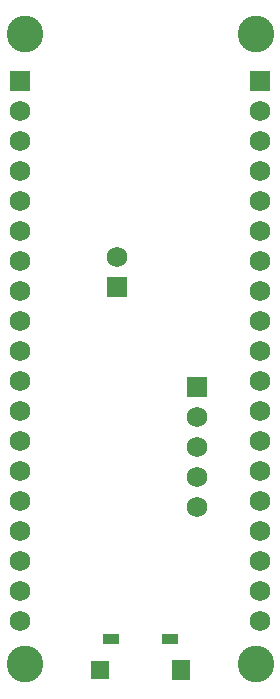
<source format=gbr>
G04 EAGLE Gerber RS-274X export*
G75*
%MOMM*%
%FSLAX34Y34*%
%LPD*%
%INSoldermask Bottom*%
%IPPOS*%
%AMOC8*
5,1,8,0,0,1.08239X$1,22.5*%
G01*
%ADD10C,3.101600*%
%ADD11C,0.801600*%
%ADD12R,1.574800X1.600200*%
%ADD13R,1.498600X1.701800*%
%ADD14R,1.346200X0.939800*%
%ADD15R,1.371600X0.965200*%
%ADD16R,1.752600X1.752600*%
%ADD17C,1.752600*%


D10*
X20000Y553000D03*
X20000Y20000D03*
X215200Y20000D03*
X215200Y553000D03*
D11*
X82548Y17190D03*
X82548Y12110D03*
X152652Y17190D03*
X152652Y12110D03*
X91438Y41574D03*
X93978Y41574D03*
X141222Y41574D03*
X143762Y41574D03*
D12*
X83564Y14523D03*
D13*
X152017Y14523D03*
D14*
X142619Y41447D03*
D15*
X92708Y41574D03*
D16*
X97790Y339344D03*
D17*
X97790Y364744D03*
D16*
X165354Y254254D03*
D17*
X165354Y228854D03*
X165354Y203454D03*
X165354Y178054D03*
X165354Y152654D03*
D16*
X16000Y513600D03*
D17*
X16000Y488200D03*
X16000Y462800D03*
X16000Y437400D03*
X16000Y412000D03*
X16000Y386600D03*
X16000Y361200D03*
X16000Y335800D03*
X16000Y310400D03*
X16000Y285000D03*
X16000Y259600D03*
X16000Y234200D03*
X16000Y208800D03*
X16000Y183400D03*
X16000Y158000D03*
X16000Y132600D03*
X16000Y107200D03*
X16000Y81800D03*
X16000Y56400D03*
D16*
X219200Y513600D03*
D17*
X219200Y488200D03*
X219200Y462800D03*
X219200Y437400D03*
X219200Y412000D03*
X219200Y386600D03*
X219200Y361200D03*
X219200Y335800D03*
X219200Y310400D03*
X219200Y285000D03*
X219200Y259600D03*
X219200Y234200D03*
X219200Y208800D03*
X219200Y183400D03*
X219200Y158000D03*
X219200Y132600D03*
X219200Y107200D03*
X219200Y81800D03*
X219200Y56400D03*
M02*

</source>
